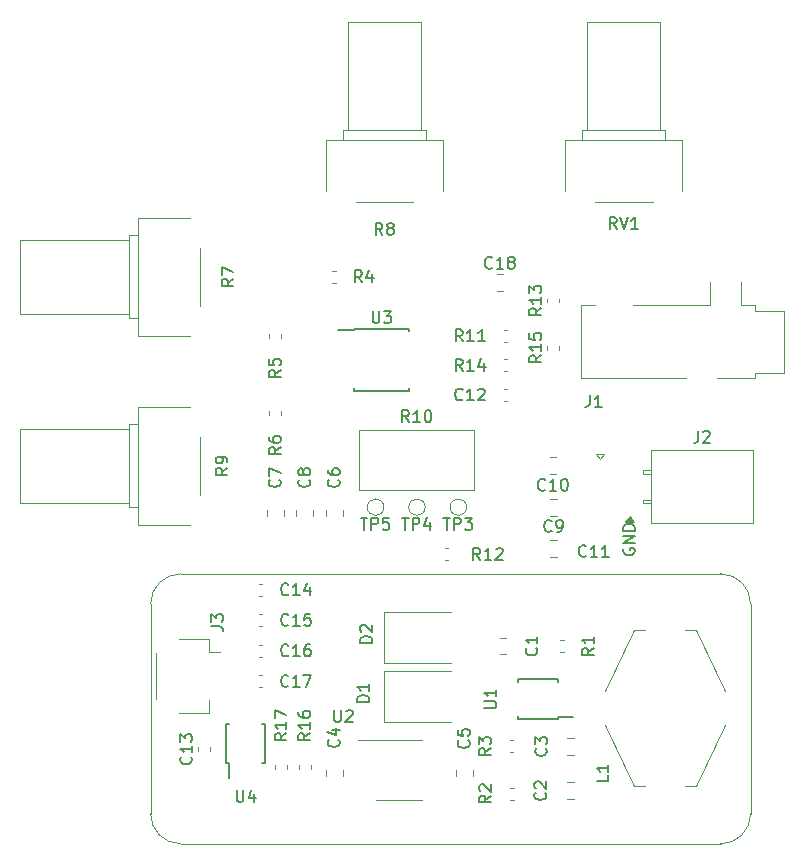
<source format=gto>
G04 #@! TF.GenerationSoftware,KiCad,Pcbnew,(5.99.0-6951-g72beaf1538)*
G04 #@! TF.CreationDate,2020-12-20T08:42:52+11:00*
G04 #@! TF.ProjectId,Tph_Synth_Featherwing,5470685f-5379-46e7-9468-5f4665617468,rev?*
G04 #@! TF.SameCoordinates,Original*
G04 #@! TF.FileFunction,Legend,Top*
G04 #@! TF.FilePolarity,Positive*
%FSLAX46Y46*%
G04 Gerber Fmt 4.6, Leading zero omitted, Abs format (unit mm)*
G04 Created by KiCad (PCBNEW (5.99.0-6951-g72beaf1538)) date 2020-12-20 08:42:52*
%MOMM*%
%LPD*%
G01*
G04 APERTURE LIST*
%ADD10C,0.100000*%
%ADD11C,0.150000*%
%ADD12C,0.120000*%
G04 APERTURE END LIST*
D10*
G36*
X127889000Y-109220000D02*
G01*
X127127000Y-109220000D01*
X127508000Y-108712000D01*
X127889000Y-109220000D01*
G37*
X127889000Y-109220000D02*
X127127000Y-109220000D01*
X127508000Y-108712000D01*
X127889000Y-109220000D01*
D11*
X127008000Y-111505904D02*
X126960380Y-111601142D01*
X126960380Y-111744000D01*
X127008000Y-111886857D01*
X127103238Y-111982095D01*
X127198476Y-112029714D01*
X127388952Y-112077333D01*
X127531809Y-112077333D01*
X127722285Y-112029714D01*
X127817523Y-111982095D01*
X127912761Y-111886857D01*
X127960380Y-111744000D01*
X127960380Y-111648761D01*
X127912761Y-111505904D01*
X127865142Y-111458285D01*
X127531809Y-111458285D01*
X127531809Y-111648761D01*
X127960380Y-111029714D02*
X126960380Y-111029714D01*
X127960380Y-110458285D01*
X126960380Y-110458285D01*
X127960380Y-109982095D02*
X126960380Y-109982095D01*
X126960380Y-109744000D01*
X127008000Y-109601142D01*
X127103238Y-109505904D01*
X127198476Y-109458285D01*
X127388952Y-109410666D01*
X127531809Y-109410666D01*
X127722285Y-109458285D01*
X127817523Y-109505904D01*
X127912761Y-109601142D01*
X127960380Y-109744000D01*
X127960380Y-109982095D01*
X125702380Y-130666666D02*
X125702380Y-131142857D01*
X124702380Y-131142857D01*
X125702380Y-129809523D02*
X125702380Y-130380952D01*
X125702380Y-130095238D02*
X124702380Y-130095238D01*
X124845238Y-130190476D01*
X124940476Y-130285714D01*
X124988095Y-130380952D01*
X115857142Y-87707142D02*
X115809523Y-87754761D01*
X115666666Y-87802380D01*
X115571428Y-87802380D01*
X115428571Y-87754761D01*
X115333333Y-87659523D01*
X115285714Y-87564285D01*
X115238095Y-87373809D01*
X115238095Y-87230952D01*
X115285714Y-87040476D01*
X115333333Y-86945238D01*
X115428571Y-86850000D01*
X115571428Y-86802380D01*
X115666666Y-86802380D01*
X115809523Y-86850000D01*
X115857142Y-86897619D01*
X116809523Y-87802380D02*
X116238095Y-87802380D01*
X116523809Y-87802380D02*
X116523809Y-86802380D01*
X116428571Y-86945238D01*
X116333333Y-87040476D01*
X116238095Y-87088095D01*
X117380952Y-87230952D02*
X117285714Y-87183333D01*
X117238095Y-87135714D01*
X117190476Y-87040476D01*
X117190476Y-86992857D01*
X117238095Y-86897619D01*
X117285714Y-86850000D01*
X117380952Y-86802380D01*
X117571428Y-86802380D01*
X117666666Y-86850000D01*
X117714285Y-86897619D01*
X117761904Y-86992857D01*
X117761904Y-87040476D01*
X117714285Y-87135714D01*
X117666666Y-87183333D01*
X117571428Y-87230952D01*
X117380952Y-87230952D01*
X117285714Y-87278571D01*
X117238095Y-87326190D01*
X117190476Y-87421428D01*
X117190476Y-87611904D01*
X117238095Y-87707142D01*
X117285714Y-87754761D01*
X117380952Y-87802380D01*
X117571428Y-87802380D01*
X117666666Y-87754761D01*
X117714285Y-87707142D01*
X117761904Y-87611904D01*
X117761904Y-87421428D01*
X117714285Y-87326190D01*
X117666666Y-87278571D01*
X117571428Y-87230952D01*
X108238095Y-108900380D02*
X108809523Y-108900380D01*
X108523809Y-109900380D02*
X108523809Y-108900380D01*
X109142857Y-109900380D02*
X109142857Y-108900380D01*
X109523809Y-108900380D01*
X109619047Y-108948000D01*
X109666666Y-108995619D01*
X109714285Y-109090857D01*
X109714285Y-109233714D01*
X109666666Y-109328952D01*
X109619047Y-109376571D01*
X109523809Y-109424190D01*
X109142857Y-109424190D01*
X110571428Y-109233714D02*
X110571428Y-109900380D01*
X110333333Y-108852761D02*
X110095238Y-109567047D01*
X110714285Y-109567047D01*
X104738095Y-108900380D02*
X105309523Y-108900380D01*
X105023809Y-109900380D02*
X105023809Y-108900380D01*
X105642857Y-109900380D02*
X105642857Y-108900380D01*
X106023809Y-108900380D01*
X106119047Y-108948000D01*
X106166666Y-108995619D01*
X106214285Y-109090857D01*
X106214285Y-109233714D01*
X106166666Y-109328952D01*
X106119047Y-109376571D01*
X106023809Y-109424190D01*
X105642857Y-109424190D01*
X107119047Y-108900380D02*
X106642857Y-108900380D01*
X106595238Y-109376571D01*
X106642857Y-109328952D01*
X106738095Y-109281333D01*
X106976190Y-109281333D01*
X107071428Y-109328952D01*
X107119047Y-109376571D01*
X107166666Y-109471809D01*
X107166666Y-109709904D01*
X107119047Y-109805142D01*
X107071428Y-109852761D01*
X106976190Y-109900380D01*
X106738095Y-109900380D01*
X106642857Y-109852761D01*
X106595238Y-109805142D01*
X111738095Y-108900380D02*
X112309523Y-108900380D01*
X112023809Y-109900380D02*
X112023809Y-108900380D01*
X112642857Y-109900380D02*
X112642857Y-108900380D01*
X113023809Y-108900380D01*
X113119047Y-108948000D01*
X113166666Y-108995619D01*
X113214285Y-109090857D01*
X113214285Y-109233714D01*
X113166666Y-109328952D01*
X113119047Y-109376571D01*
X113023809Y-109424190D01*
X112642857Y-109424190D01*
X113547619Y-108900380D02*
X114166666Y-108900380D01*
X113833333Y-109281333D01*
X113976190Y-109281333D01*
X114071428Y-109328952D01*
X114119047Y-109376571D01*
X114166666Y-109471809D01*
X114166666Y-109709904D01*
X114119047Y-109805142D01*
X114071428Y-109852761D01*
X113976190Y-109900380D01*
X113690476Y-109900380D01*
X113595238Y-109852761D01*
X113547619Y-109805142D01*
X115777880Y-132416666D02*
X115301690Y-132750000D01*
X115777880Y-132988095D02*
X114777880Y-132988095D01*
X114777880Y-132607142D01*
X114825500Y-132511904D01*
X114873119Y-132464285D01*
X114968357Y-132416666D01*
X115111214Y-132416666D01*
X115206452Y-132464285D01*
X115254071Y-132511904D01*
X115301690Y-132607142D01*
X115301690Y-132988095D01*
X114873119Y-132035714D02*
X114825500Y-131988095D01*
X114777880Y-131892857D01*
X114777880Y-131654761D01*
X114825500Y-131559523D01*
X114873119Y-131511904D01*
X114968357Y-131464285D01*
X115063595Y-131464285D01*
X115206452Y-131511904D01*
X115777880Y-132083333D01*
X115777880Y-131464285D01*
X114857142Y-112452380D02*
X114523809Y-111976190D01*
X114285714Y-112452380D02*
X114285714Y-111452380D01*
X114666666Y-111452380D01*
X114761904Y-111500000D01*
X114809523Y-111547619D01*
X114857142Y-111642857D01*
X114857142Y-111785714D01*
X114809523Y-111880952D01*
X114761904Y-111928571D01*
X114666666Y-111976190D01*
X114285714Y-111976190D01*
X115809523Y-112452380D02*
X115238095Y-112452380D01*
X115523809Y-112452380D02*
X115523809Y-111452380D01*
X115428571Y-111595238D01*
X115333333Y-111690476D01*
X115238095Y-111738095D01*
X116190476Y-111547619D02*
X116238095Y-111500000D01*
X116333333Y-111452380D01*
X116571428Y-111452380D01*
X116666666Y-111500000D01*
X116714285Y-111547619D01*
X116761904Y-111642857D01*
X116761904Y-111738095D01*
X116714285Y-111880952D01*
X116142857Y-112452380D01*
X116761904Y-112452380D01*
X113357142Y-96452380D02*
X113023809Y-95976190D01*
X112785714Y-96452380D02*
X112785714Y-95452380D01*
X113166666Y-95452380D01*
X113261904Y-95500000D01*
X113309523Y-95547619D01*
X113357142Y-95642857D01*
X113357142Y-95785714D01*
X113309523Y-95880952D01*
X113261904Y-95928571D01*
X113166666Y-95976190D01*
X112785714Y-95976190D01*
X114309523Y-96452380D02*
X113738095Y-96452380D01*
X114023809Y-96452380D02*
X114023809Y-95452380D01*
X113928571Y-95595238D01*
X113833333Y-95690476D01*
X113738095Y-95738095D01*
X115166666Y-95785714D02*
X115166666Y-96452380D01*
X114928571Y-95404761D02*
X114690476Y-96119047D01*
X115309523Y-96119047D01*
X113357142Y-93952380D02*
X113023809Y-93476190D01*
X112785714Y-93952380D02*
X112785714Y-92952380D01*
X113166666Y-92952380D01*
X113261904Y-93000000D01*
X113309523Y-93047619D01*
X113357142Y-93142857D01*
X113357142Y-93285714D01*
X113309523Y-93380952D01*
X113261904Y-93428571D01*
X113166666Y-93476190D01*
X112785714Y-93476190D01*
X114309523Y-93952380D02*
X113738095Y-93952380D01*
X114023809Y-93952380D02*
X114023809Y-92952380D01*
X113928571Y-93095238D01*
X113833333Y-93190476D01*
X113738095Y-93238095D01*
X115261904Y-93952380D02*
X114690476Y-93952380D01*
X114976190Y-93952380D02*
X114976190Y-92952380D01*
X114880952Y-93095238D01*
X114785714Y-93190476D01*
X114690476Y-93238095D01*
X124452380Y-119916666D02*
X123976190Y-120250000D01*
X124452380Y-120488095D02*
X123452380Y-120488095D01*
X123452380Y-120107142D01*
X123500000Y-120011904D01*
X123547619Y-119964285D01*
X123642857Y-119916666D01*
X123785714Y-119916666D01*
X123880952Y-119964285D01*
X123928571Y-120011904D01*
X123976190Y-120107142D01*
X123976190Y-120488095D01*
X124452380Y-118964285D02*
X124452380Y-119535714D01*
X124452380Y-119250000D02*
X123452380Y-119250000D01*
X123595238Y-119345238D01*
X123690476Y-119440476D01*
X123738095Y-119535714D01*
X115739880Y-128416666D02*
X115263690Y-128750000D01*
X115739880Y-128988095D02*
X114739880Y-128988095D01*
X114739880Y-128607142D01*
X114787500Y-128511904D01*
X114835119Y-128464285D01*
X114930357Y-128416666D01*
X115073214Y-128416666D01*
X115168452Y-128464285D01*
X115216071Y-128511904D01*
X115263690Y-128607142D01*
X115263690Y-128988095D01*
X114739880Y-128083333D02*
X114739880Y-127464285D01*
X115120833Y-127797619D01*
X115120833Y-127654761D01*
X115168452Y-127559523D01*
X115216071Y-127511904D01*
X115311309Y-127464285D01*
X115549404Y-127464285D01*
X115644642Y-127511904D01*
X115692261Y-127559523D01*
X115739880Y-127654761D01*
X115739880Y-127940476D01*
X115692261Y-128035714D01*
X115644642Y-128083333D01*
X104833333Y-88952380D02*
X104500000Y-88476190D01*
X104261904Y-88952380D02*
X104261904Y-87952380D01*
X104642857Y-87952380D01*
X104738095Y-88000000D01*
X104785714Y-88047619D01*
X104833333Y-88142857D01*
X104833333Y-88285714D01*
X104785714Y-88380952D01*
X104738095Y-88428571D01*
X104642857Y-88476190D01*
X104261904Y-88476190D01*
X105690476Y-88285714D02*
X105690476Y-88952380D01*
X105452380Y-87904761D02*
X105214285Y-88619047D01*
X105833333Y-88619047D01*
X97952380Y-96379166D02*
X97476190Y-96712500D01*
X97952380Y-96950595D02*
X96952380Y-96950595D01*
X96952380Y-96569642D01*
X97000000Y-96474404D01*
X97047619Y-96426785D01*
X97142857Y-96379166D01*
X97285714Y-96379166D01*
X97380952Y-96426785D01*
X97428571Y-96474404D01*
X97476190Y-96569642D01*
X97476190Y-96950595D01*
X96952380Y-95474404D02*
X96952380Y-95950595D01*
X97428571Y-95998214D01*
X97380952Y-95950595D01*
X97333333Y-95855357D01*
X97333333Y-95617261D01*
X97380952Y-95522023D01*
X97428571Y-95474404D01*
X97523809Y-95426785D01*
X97761904Y-95426785D01*
X97857142Y-95474404D01*
X97904761Y-95522023D01*
X97952380Y-95617261D01*
X97952380Y-95855357D01*
X97904761Y-95950595D01*
X97857142Y-95998214D01*
X120022380Y-91142857D02*
X119546190Y-91476190D01*
X120022380Y-91714285D02*
X119022380Y-91714285D01*
X119022380Y-91333333D01*
X119070000Y-91238095D01*
X119117619Y-91190476D01*
X119212857Y-91142857D01*
X119355714Y-91142857D01*
X119450952Y-91190476D01*
X119498571Y-91238095D01*
X119546190Y-91333333D01*
X119546190Y-91714285D01*
X120022380Y-90190476D02*
X120022380Y-90761904D01*
X120022380Y-90476190D02*
X119022380Y-90476190D01*
X119165238Y-90571428D01*
X119260476Y-90666666D01*
X119308095Y-90761904D01*
X119022380Y-89857142D02*
X119022380Y-89238095D01*
X119403333Y-89571428D01*
X119403333Y-89428571D01*
X119450952Y-89333333D01*
X119498571Y-89285714D01*
X119593809Y-89238095D01*
X119831904Y-89238095D01*
X119927142Y-89285714D01*
X119974761Y-89333333D01*
X120022380Y-89428571D01*
X120022380Y-89714285D01*
X119974761Y-89809523D01*
X119927142Y-89857142D01*
X120022380Y-95142857D02*
X119546190Y-95476190D01*
X120022380Y-95714285D02*
X119022380Y-95714285D01*
X119022380Y-95333333D01*
X119070000Y-95238095D01*
X119117619Y-95190476D01*
X119212857Y-95142857D01*
X119355714Y-95142857D01*
X119450952Y-95190476D01*
X119498571Y-95238095D01*
X119546190Y-95333333D01*
X119546190Y-95714285D01*
X120022380Y-94190476D02*
X120022380Y-94761904D01*
X120022380Y-94476190D02*
X119022380Y-94476190D01*
X119165238Y-94571428D01*
X119260476Y-94666666D01*
X119308095Y-94761904D01*
X119022380Y-93285714D02*
X119022380Y-93761904D01*
X119498571Y-93809523D01*
X119450952Y-93761904D01*
X119403333Y-93666666D01*
X119403333Y-93428571D01*
X119450952Y-93333333D01*
X119498571Y-93285714D01*
X119593809Y-93238095D01*
X119831904Y-93238095D01*
X119927142Y-93285714D01*
X119974761Y-93333333D01*
X120022380Y-93428571D01*
X120022380Y-93666666D01*
X119974761Y-93761904D01*
X119927142Y-93809523D01*
X100452380Y-127142857D02*
X99976190Y-127476190D01*
X100452380Y-127714285D02*
X99452380Y-127714285D01*
X99452380Y-127333333D01*
X99500000Y-127238095D01*
X99547619Y-127190476D01*
X99642857Y-127142857D01*
X99785714Y-127142857D01*
X99880952Y-127190476D01*
X99928571Y-127238095D01*
X99976190Y-127333333D01*
X99976190Y-127714285D01*
X100452380Y-126190476D02*
X100452380Y-126761904D01*
X100452380Y-126476190D02*
X99452380Y-126476190D01*
X99595238Y-126571428D01*
X99690476Y-126666666D01*
X99738095Y-126761904D01*
X99452380Y-125333333D02*
X99452380Y-125523809D01*
X99500000Y-125619047D01*
X99547619Y-125666666D01*
X99690476Y-125761904D01*
X99880952Y-125809523D01*
X100261904Y-125809523D01*
X100357142Y-125761904D01*
X100404761Y-125714285D01*
X100452380Y-125619047D01*
X100452380Y-125428571D01*
X100404761Y-125333333D01*
X100357142Y-125285714D01*
X100261904Y-125238095D01*
X100023809Y-125238095D01*
X99928571Y-125285714D01*
X99880952Y-125333333D01*
X99833333Y-125428571D01*
X99833333Y-125619047D01*
X99880952Y-125714285D01*
X99928571Y-125761904D01*
X100023809Y-125809523D01*
X98452380Y-127142857D02*
X97976190Y-127476190D01*
X98452380Y-127714285D02*
X97452380Y-127714285D01*
X97452380Y-127333333D01*
X97500000Y-127238095D01*
X97547619Y-127190476D01*
X97642857Y-127142857D01*
X97785714Y-127142857D01*
X97880952Y-127190476D01*
X97928571Y-127238095D01*
X97976190Y-127333333D01*
X97976190Y-127714285D01*
X98452380Y-126190476D02*
X98452380Y-126761904D01*
X98452380Y-126476190D02*
X97452380Y-126476190D01*
X97595238Y-126571428D01*
X97690476Y-126666666D01*
X97738095Y-126761904D01*
X97452380Y-125857142D02*
X97452380Y-125190476D01*
X98452380Y-125619047D01*
X97952380Y-102917166D02*
X97476190Y-103250500D01*
X97952380Y-103488595D02*
X96952380Y-103488595D01*
X96952380Y-103107642D01*
X97000000Y-103012404D01*
X97047619Y-102964785D01*
X97142857Y-102917166D01*
X97285714Y-102917166D01*
X97380952Y-102964785D01*
X97428571Y-103012404D01*
X97476190Y-103107642D01*
X97476190Y-103488595D01*
X96952380Y-102060023D02*
X96952380Y-102250500D01*
X97000000Y-102345738D01*
X97047619Y-102393357D01*
X97190476Y-102488595D01*
X97380952Y-102536214D01*
X97761904Y-102536214D01*
X97857142Y-102488595D01*
X97904761Y-102440976D01*
X97952380Y-102345738D01*
X97952380Y-102155261D01*
X97904761Y-102060023D01*
X97857142Y-102012404D01*
X97761904Y-101964785D01*
X97523809Y-101964785D01*
X97428571Y-102012404D01*
X97380952Y-102060023D01*
X97333333Y-102155261D01*
X97333333Y-102345738D01*
X97380952Y-102440976D01*
X97428571Y-102488595D01*
X97523809Y-102536214D01*
X93452380Y-104666666D02*
X92976190Y-105000000D01*
X93452380Y-105238095D02*
X92452380Y-105238095D01*
X92452380Y-104857142D01*
X92500000Y-104761904D01*
X92547619Y-104714285D01*
X92642857Y-104666666D01*
X92785714Y-104666666D01*
X92880952Y-104714285D01*
X92928571Y-104761904D01*
X92976190Y-104857142D01*
X92976190Y-105238095D01*
X93452380Y-104190476D02*
X93452380Y-104000000D01*
X93404761Y-103904761D01*
X93357142Y-103857142D01*
X93214285Y-103761904D01*
X93023809Y-103714285D01*
X92642857Y-103714285D01*
X92547619Y-103761904D01*
X92500000Y-103809523D01*
X92452380Y-103904761D01*
X92452380Y-104095238D01*
X92500000Y-104190476D01*
X92547619Y-104238095D01*
X92642857Y-104285714D01*
X92880952Y-104285714D01*
X92976190Y-104238095D01*
X93023809Y-104190476D01*
X93071428Y-104095238D01*
X93071428Y-103904761D01*
X93023809Y-103809523D01*
X92976190Y-103761904D01*
X92880952Y-103714285D01*
X106583333Y-84952380D02*
X106250000Y-84476190D01*
X106011904Y-84952380D02*
X106011904Y-83952380D01*
X106392857Y-83952380D01*
X106488095Y-84000000D01*
X106535714Y-84047619D01*
X106583333Y-84142857D01*
X106583333Y-84285714D01*
X106535714Y-84380952D01*
X106488095Y-84428571D01*
X106392857Y-84476190D01*
X106011904Y-84476190D01*
X107154761Y-84380952D02*
X107059523Y-84333333D01*
X107011904Y-84285714D01*
X106964285Y-84190476D01*
X106964285Y-84142857D01*
X107011904Y-84047619D01*
X107059523Y-84000000D01*
X107154761Y-83952380D01*
X107345238Y-83952380D01*
X107440476Y-84000000D01*
X107488095Y-84047619D01*
X107535714Y-84142857D01*
X107535714Y-84190476D01*
X107488095Y-84285714D01*
X107440476Y-84333333D01*
X107345238Y-84380952D01*
X107154761Y-84380952D01*
X107059523Y-84428571D01*
X107011904Y-84476190D01*
X106964285Y-84571428D01*
X106964285Y-84761904D01*
X107011904Y-84857142D01*
X107059523Y-84904761D01*
X107154761Y-84952380D01*
X107345238Y-84952380D01*
X107440476Y-84904761D01*
X107488095Y-84857142D01*
X107535714Y-84761904D01*
X107535714Y-84571428D01*
X107488095Y-84476190D01*
X107440476Y-84428571D01*
X107345238Y-84380952D01*
X93952380Y-88666666D02*
X93476190Y-89000000D01*
X93952380Y-89238095D02*
X92952380Y-89238095D01*
X92952380Y-88857142D01*
X93000000Y-88761904D01*
X93047619Y-88714285D01*
X93142857Y-88666666D01*
X93285714Y-88666666D01*
X93380952Y-88714285D01*
X93428571Y-88761904D01*
X93476190Y-88857142D01*
X93476190Y-89238095D01*
X92952380Y-88333333D02*
X92952380Y-87666666D01*
X93952380Y-88095238D01*
X126404761Y-84452380D02*
X126071428Y-83976190D01*
X125833333Y-84452380D02*
X125833333Y-83452380D01*
X126214285Y-83452380D01*
X126309523Y-83500000D01*
X126357142Y-83547619D01*
X126404761Y-83642857D01*
X126404761Y-83785714D01*
X126357142Y-83880952D01*
X126309523Y-83928571D01*
X126214285Y-83976190D01*
X125833333Y-83976190D01*
X126690476Y-83452380D02*
X127023809Y-84452380D01*
X127357142Y-83452380D01*
X128214285Y-84452380D02*
X127642857Y-84452380D01*
X127928571Y-84452380D02*
X127928571Y-83452380D01*
X127833333Y-83595238D01*
X127738095Y-83690476D01*
X127642857Y-83738095D01*
X108817142Y-100792380D02*
X108483809Y-100316190D01*
X108245714Y-100792380D02*
X108245714Y-99792380D01*
X108626666Y-99792380D01*
X108721904Y-99840000D01*
X108769523Y-99887619D01*
X108817142Y-99982857D01*
X108817142Y-100125714D01*
X108769523Y-100220952D01*
X108721904Y-100268571D01*
X108626666Y-100316190D01*
X108245714Y-100316190D01*
X109769523Y-100792380D02*
X109198095Y-100792380D01*
X109483809Y-100792380D02*
X109483809Y-99792380D01*
X109388571Y-99935238D01*
X109293333Y-100030476D01*
X109198095Y-100078095D01*
X110388571Y-99792380D02*
X110483809Y-99792380D01*
X110579047Y-99840000D01*
X110626666Y-99887619D01*
X110674285Y-99982857D01*
X110721904Y-100173333D01*
X110721904Y-100411428D01*
X110674285Y-100601904D01*
X110626666Y-100697142D01*
X110579047Y-100744761D01*
X110483809Y-100792380D01*
X110388571Y-100792380D01*
X110293333Y-100744761D01*
X110245714Y-100697142D01*
X110198095Y-100601904D01*
X110150476Y-100411428D01*
X110150476Y-100173333D01*
X110198095Y-99982857D01*
X110245714Y-99887619D01*
X110293333Y-99840000D01*
X110388571Y-99792380D01*
X105738095Y-91402380D02*
X105738095Y-92211904D01*
X105785714Y-92307142D01*
X105833333Y-92354761D01*
X105928571Y-92402380D01*
X106119047Y-92402380D01*
X106214285Y-92354761D01*
X106261904Y-92307142D01*
X106309523Y-92211904D01*
X106309523Y-91402380D01*
X106690476Y-91402380D02*
X107309523Y-91402380D01*
X106976190Y-91783333D01*
X107119047Y-91783333D01*
X107214285Y-91830952D01*
X107261904Y-91878571D01*
X107309523Y-91973809D01*
X107309523Y-92211904D01*
X107261904Y-92307142D01*
X107214285Y-92354761D01*
X107119047Y-92402380D01*
X106833333Y-92402380D01*
X106738095Y-92354761D01*
X106690476Y-92307142D01*
X102488095Y-125182380D02*
X102488095Y-125991904D01*
X102535714Y-126087142D01*
X102583333Y-126134761D01*
X102678571Y-126182380D01*
X102869047Y-126182380D01*
X102964285Y-126134761D01*
X103011904Y-126087142D01*
X103059523Y-125991904D01*
X103059523Y-125182380D01*
X103488095Y-125277619D02*
X103535714Y-125230000D01*
X103630952Y-125182380D01*
X103869047Y-125182380D01*
X103964285Y-125230000D01*
X104011904Y-125277619D01*
X104059523Y-125372857D01*
X104059523Y-125468095D01*
X104011904Y-125610952D01*
X103440476Y-126182380D01*
X104059523Y-126182380D01*
X115202380Y-125011904D02*
X116011904Y-125011904D01*
X116107142Y-124964285D01*
X116154761Y-124916666D01*
X116202380Y-124821428D01*
X116202380Y-124630952D01*
X116154761Y-124535714D01*
X116107142Y-124488095D01*
X116011904Y-124440476D01*
X115202380Y-124440476D01*
X116202380Y-123440476D02*
X116202380Y-124011904D01*
X116202380Y-123726190D02*
X115202380Y-123726190D01*
X115345238Y-123821428D01*
X115440476Y-123916666D01*
X115488095Y-124011904D01*
X94238095Y-131952380D02*
X94238095Y-132761904D01*
X94285714Y-132857142D01*
X94333333Y-132904761D01*
X94428571Y-132952380D01*
X94619047Y-132952380D01*
X94714285Y-132904761D01*
X94761904Y-132857142D01*
X94809523Y-132761904D01*
X94809523Y-131952380D01*
X95714285Y-132285714D02*
X95714285Y-132952380D01*
X95476190Y-131904761D02*
X95238095Y-132619047D01*
X95857142Y-132619047D01*
X105702380Y-119488095D02*
X104702380Y-119488095D01*
X104702380Y-119250000D01*
X104750000Y-119107142D01*
X104845238Y-119011904D01*
X104940476Y-118964285D01*
X105130952Y-118916666D01*
X105273809Y-118916666D01*
X105464285Y-118964285D01*
X105559523Y-119011904D01*
X105654761Y-119107142D01*
X105702380Y-119250000D01*
X105702380Y-119488095D01*
X104797619Y-118535714D02*
X104750000Y-118488095D01*
X104702380Y-118392857D01*
X104702380Y-118154761D01*
X104750000Y-118059523D01*
X104797619Y-118011904D01*
X104892857Y-117964285D01*
X104988095Y-117964285D01*
X105130952Y-118011904D01*
X105702380Y-118583333D01*
X105702380Y-117964285D01*
X105452380Y-124488095D02*
X104452380Y-124488095D01*
X104452380Y-124250000D01*
X104500000Y-124107142D01*
X104595238Y-124011904D01*
X104690476Y-123964285D01*
X104880952Y-123916666D01*
X105023809Y-123916666D01*
X105214285Y-123964285D01*
X105309523Y-124011904D01*
X105404761Y-124107142D01*
X105452380Y-124250000D01*
X105452380Y-124488095D01*
X105452380Y-122964285D02*
X105452380Y-123535714D01*
X105452380Y-123250000D02*
X104452380Y-123250000D01*
X104595238Y-123345238D01*
X104690476Y-123440476D01*
X104738095Y-123535714D01*
X133316666Y-101532380D02*
X133316666Y-102246666D01*
X133269047Y-102389523D01*
X133173809Y-102484761D01*
X133030952Y-102532380D01*
X132935714Y-102532380D01*
X133745238Y-101627619D02*
X133792857Y-101580000D01*
X133888095Y-101532380D01*
X134126190Y-101532380D01*
X134221428Y-101580000D01*
X134269047Y-101627619D01*
X134316666Y-101722857D01*
X134316666Y-101818095D01*
X134269047Y-101960952D01*
X133697619Y-102532380D01*
X134316666Y-102532380D01*
X124126666Y-98512380D02*
X124126666Y-99226666D01*
X124079047Y-99369523D01*
X123983809Y-99464761D01*
X123840952Y-99512380D01*
X123745714Y-99512380D01*
X125126666Y-99512380D02*
X124555238Y-99512380D01*
X124840952Y-99512380D02*
X124840952Y-98512380D01*
X124745714Y-98655238D01*
X124650476Y-98750476D01*
X124555238Y-98798095D01*
X100357142Y-105666666D02*
X100404761Y-105714285D01*
X100452380Y-105857142D01*
X100452380Y-105952380D01*
X100404761Y-106095238D01*
X100309523Y-106190476D01*
X100214285Y-106238095D01*
X100023809Y-106285714D01*
X99880952Y-106285714D01*
X99690476Y-106238095D01*
X99595238Y-106190476D01*
X99500000Y-106095238D01*
X99452380Y-105952380D01*
X99452380Y-105857142D01*
X99500000Y-105714285D01*
X99547619Y-105666666D01*
X99880952Y-105095238D02*
X99833333Y-105190476D01*
X99785714Y-105238095D01*
X99690476Y-105285714D01*
X99642857Y-105285714D01*
X99547619Y-105238095D01*
X99500000Y-105190476D01*
X99452380Y-105095238D01*
X99452380Y-104904761D01*
X99500000Y-104809523D01*
X99547619Y-104761904D01*
X99642857Y-104714285D01*
X99690476Y-104714285D01*
X99785714Y-104761904D01*
X99833333Y-104809523D01*
X99880952Y-104904761D01*
X99880952Y-105095238D01*
X99928571Y-105190476D01*
X99976190Y-105238095D01*
X100071428Y-105285714D01*
X100261904Y-105285714D01*
X100357142Y-105238095D01*
X100404761Y-105190476D01*
X100452380Y-105095238D01*
X100452380Y-104904761D01*
X100404761Y-104809523D01*
X100357142Y-104761904D01*
X100261904Y-104714285D01*
X100071428Y-104714285D01*
X99976190Y-104761904D01*
X99928571Y-104809523D01*
X99880952Y-104904761D01*
X119607142Y-119916666D02*
X119654761Y-119964285D01*
X119702380Y-120107142D01*
X119702380Y-120202380D01*
X119654761Y-120345238D01*
X119559523Y-120440476D01*
X119464285Y-120488095D01*
X119273809Y-120535714D01*
X119130952Y-120535714D01*
X118940476Y-120488095D01*
X118845238Y-120440476D01*
X118750000Y-120345238D01*
X118702380Y-120202380D01*
X118702380Y-120107142D01*
X118750000Y-119964285D01*
X118797619Y-119916666D01*
X119702380Y-118964285D02*
X119702380Y-119535714D01*
X119702380Y-119250000D02*
X118702380Y-119250000D01*
X118845238Y-119345238D01*
X118940476Y-119440476D01*
X118988095Y-119535714D01*
X120357142Y-132166666D02*
X120404761Y-132214285D01*
X120452380Y-132357142D01*
X120452380Y-132452380D01*
X120404761Y-132595238D01*
X120309523Y-132690476D01*
X120214285Y-132738095D01*
X120023809Y-132785714D01*
X119880952Y-132785714D01*
X119690476Y-132738095D01*
X119595238Y-132690476D01*
X119500000Y-132595238D01*
X119452380Y-132452380D01*
X119452380Y-132357142D01*
X119500000Y-132214285D01*
X119547619Y-132166666D01*
X119547619Y-131785714D02*
X119500000Y-131738095D01*
X119452380Y-131642857D01*
X119452380Y-131404761D01*
X119500000Y-131309523D01*
X119547619Y-131261904D01*
X119642857Y-131214285D01*
X119738095Y-131214285D01*
X119880952Y-131261904D01*
X120452380Y-131833333D01*
X120452380Y-131214285D01*
X120419142Y-128416666D02*
X120466761Y-128464285D01*
X120514380Y-128607142D01*
X120514380Y-128702380D01*
X120466761Y-128845238D01*
X120371523Y-128940476D01*
X120276285Y-128988095D01*
X120085809Y-129035714D01*
X119942952Y-129035714D01*
X119752476Y-128988095D01*
X119657238Y-128940476D01*
X119562000Y-128845238D01*
X119514380Y-128702380D01*
X119514380Y-128607142D01*
X119562000Y-128464285D01*
X119609619Y-128416666D01*
X119514380Y-128083333D02*
X119514380Y-127464285D01*
X119895333Y-127797619D01*
X119895333Y-127654761D01*
X119942952Y-127559523D01*
X119990571Y-127511904D01*
X120085809Y-127464285D01*
X120323904Y-127464285D01*
X120419142Y-127511904D01*
X120466761Y-127559523D01*
X120514380Y-127654761D01*
X120514380Y-127940476D01*
X120466761Y-128035714D01*
X120419142Y-128083333D01*
X102857142Y-127686666D02*
X102904761Y-127734285D01*
X102952380Y-127877142D01*
X102952380Y-127972380D01*
X102904761Y-128115238D01*
X102809523Y-128210476D01*
X102714285Y-128258095D01*
X102523809Y-128305714D01*
X102380952Y-128305714D01*
X102190476Y-128258095D01*
X102095238Y-128210476D01*
X102000000Y-128115238D01*
X101952380Y-127972380D01*
X101952380Y-127877142D01*
X102000000Y-127734285D01*
X102047619Y-127686666D01*
X102285714Y-126829523D02*
X102952380Y-126829523D01*
X101904761Y-127067619D02*
X102619047Y-127305714D01*
X102619047Y-126686666D01*
X102857142Y-105666666D02*
X102904761Y-105714285D01*
X102952380Y-105857142D01*
X102952380Y-105952380D01*
X102904761Y-106095238D01*
X102809523Y-106190476D01*
X102714285Y-106238095D01*
X102523809Y-106285714D01*
X102380952Y-106285714D01*
X102190476Y-106238095D01*
X102095238Y-106190476D01*
X102000000Y-106095238D01*
X101952380Y-105952380D01*
X101952380Y-105857142D01*
X102000000Y-105714285D01*
X102047619Y-105666666D01*
X101952380Y-104809523D02*
X101952380Y-105000000D01*
X102000000Y-105095238D01*
X102047619Y-105142857D01*
X102190476Y-105238095D01*
X102380952Y-105285714D01*
X102761904Y-105285714D01*
X102857142Y-105238095D01*
X102904761Y-105190476D01*
X102952380Y-105095238D01*
X102952380Y-104904761D01*
X102904761Y-104809523D01*
X102857142Y-104761904D01*
X102761904Y-104714285D01*
X102523809Y-104714285D01*
X102428571Y-104761904D01*
X102380952Y-104809523D01*
X102333333Y-104904761D01*
X102333333Y-105095238D01*
X102380952Y-105190476D01*
X102428571Y-105238095D01*
X102523809Y-105285714D01*
X97857142Y-105666666D02*
X97904761Y-105714285D01*
X97952380Y-105857142D01*
X97952380Y-105952380D01*
X97904761Y-106095238D01*
X97809523Y-106190476D01*
X97714285Y-106238095D01*
X97523809Y-106285714D01*
X97380952Y-106285714D01*
X97190476Y-106238095D01*
X97095238Y-106190476D01*
X97000000Y-106095238D01*
X96952380Y-105952380D01*
X96952380Y-105857142D01*
X97000000Y-105714285D01*
X97047619Y-105666666D01*
X96952380Y-105333333D02*
X96952380Y-104666666D01*
X97952380Y-105095238D01*
X120895333Y-110007142D02*
X120847714Y-110054761D01*
X120704857Y-110102380D01*
X120609619Y-110102380D01*
X120466761Y-110054761D01*
X120371523Y-109959523D01*
X120323904Y-109864285D01*
X120276285Y-109673809D01*
X120276285Y-109530952D01*
X120323904Y-109340476D01*
X120371523Y-109245238D01*
X120466761Y-109150000D01*
X120609619Y-109102380D01*
X120704857Y-109102380D01*
X120847714Y-109150000D01*
X120895333Y-109197619D01*
X121371523Y-110102380D02*
X121562000Y-110102380D01*
X121657238Y-110054761D01*
X121704857Y-110007142D01*
X121800095Y-109864285D01*
X121847714Y-109673809D01*
X121847714Y-109292857D01*
X121800095Y-109197619D01*
X121752476Y-109150000D01*
X121657238Y-109102380D01*
X121466761Y-109102380D01*
X121371523Y-109150000D01*
X121323904Y-109197619D01*
X121276285Y-109292857D01*
X121276285Y-109530952D01*
X121323904Y-109626190D01*
X121371523Y-109673809D01*
X121466761Y-109721428D01*
X121657238Y-109721428D01*
X121752476Y-109673809D01*
X121800095Y-109626190D01*
X121847714Y-109530952D01*
X120357142Y-106507142D02*
X120309523Y-106554761D01*
X120166666Y-106602380D01*
X120071428Y-106602380D01*
X119928571Y-106554761D01*
X119833333Y-106459523D01*
X119785714Y-106364285D01*
X119738095Y-106173809D01*
X119738095Y-106030952D01*
X119785714Y-105840476D01*
X119833333Y-105745238D01*
X119928571Y-105650000D01*
X120071428Y-105602380D01*
X120166666Y-105602380D01*
X120309523Y-105650000D01*
X120357142Y-105697619D01*
X121309523Y-106602380D02*
X120738095Y-106602380D01*
X121023809Y-106602380D02*
X121023809Y-105602380D01*
X120928571Y-105745238D01*
X120833333Y-105840476D01*
X120738095Y-105888095D01*
X121928571Y-105602380D02*
X122023809Y-105602380D01*
X122119047Y-105650000D01*
X122166666Y-105697619D01*
X122214285Y-105792857D01*
X122261904Y-105983333D01*
X122261904Y-106221428D01*
X122214285Y-106411904D01*
X122166666Y-106507142D01*
X122119047Y-106554761D01*
X122023809Y-106602380D01*
X121928571Y-106602380D01*
X121833333Y-106554761D01*
X121785714Y-106507142D01*
X121738095Y-106411904D01*
X121690476Y-106221428D01*
X121690476Y-105983333D01*
X121738095Y-105792857D01*
X121785714Y-105697619D01*
X121833333Y-105650000D01*
X121928571Y-105602380D01*
X123817142Y-112117142D02*
X123769523Y-112164761D01*
X123626666Y-112212380D01*
X123531428Y-112212380D01*
X123388571Y-112164761D01*
X123293333Y-112069523D01*
X123245714Y-111974285D01*
X123198095Y-111783809D01*
X123198095Y-111640952D01*
X123245714Y-111450476D01*
X123293333Y-111355238D01*
X123388571Y-111260000D01*
X123531428Y-111212380D01*
X123626666Y-111212380D01*
X123769523Y-111260000D01*
X123817142Y-111307619D01*
X124769523Y-112212380D02*
X124198095Y-112212380D01*
X124483809Y-112212380D02*
X124483809Y-111212380D01*
X124388571Y-111355238D01*
X124293333Y-111450476D01*
X124198095Y-111498095D01*
X125721904Y-112212380D02*
X125150476Y-112212380D01*
X125436190Y-112212380D02*
X125436190Y-111212380D01*
X125340952Y-111355238D01*
X125245714Y-111450476D01*
X125150476Y-111498095D01*
X113857142Y-127749166D02*
X113904761Y-127796785D01*
X113952380Y-127939642D01*
X113952380Y-128034880D01*
X113904761Y-128177738D01*
X113809523Y-128272976D01*
X113714285Y-128320595D01*
X113523809Y-128368214D01*
X113380952Y-128368214D01*
X113190476Y-128320595D01*
X113095238Y-128272976D01*
X113000000Y-128177738D01*
X112952380Y-128034880D01*
X112952380Y-127939642D01*
X113000000Y-127796785D01*
X113047619Y-127749166D01*
X112952380Y-126844404D02*
X112952380Y-127320595D01*
X113428571Y-127368214D01*
X113380952Y-127320595D01*
X113333333Y-127225357D01*
X113333333Y-126987261D01*
X113380952Y-126892023D01*
X113428571Y-126844404D01*
X113523809Y-126796785D01*
X113761904Y-126796785D01*
X113857142Y-126844404D01*
X113904761Y-126892023D01*
X113952380Y-126987261D01*
X113952380Y-127225357D01*
X113904761Y-127320595D01*
X113857142Y-127368214D01*
X113357142Y-98857142D02*
X113309523Y-98904761D01*
X113166666Y-98952380D01*
X113071428Y-98952380D01*
X112928571Y-98904761D01*
X112833333Y-98809523D01*
X112785714Y-98714285D01*
X112738095Y-98523809D01*
X112738095Y-98380952D01*
X112785714Y-98190476D01*
X112833333Y-98095238D01*
X112928571Y-98000000D01*
X113071428Y-97952380D01*
X113166666Y-97952380D01*
X113309523Y-98000000D01*
X113357142Y-98047619D01*
X114309523Y-98952380D02*
X113738095Y-98952380D01*
X114023809Y-98952380D02*
X114023809Y-97952380D01*
X113928571Y-98095238D01*
X113833333Y-98190476D01*
X113738095Y-98238095D01*
X114690476Y-98047619D02*
X114738095Y-98000000D01*
X114833333Y-97952380D01*
X115071428Y-97952380D01*
X115166666Y-98000000D01*
X115214285Y-98047619D01*
X115261904Y-98142857D01*
X115261904Y-98238095D01*
X115214285Y-98380952D01*
X114642857Y-98952380D01*
X115261904Y-98952380D01*
X90357142Y-129142857D02*
X90404761Y-129190476D01*
X90452380Y-129333333D01*
X90452380Y-129428571D01*
X90404761Y-129571428D01*
X90309523Y-129666666D01*
X90214285Y-129714285D01*
X90023809Y-129761904D01*
X89880952Y-129761904D01*
X89690476Y-129714285D01*
X89595238Y-129666666D01*
X89500000Y-129571428D01*
X89452380Y-129428571D01*
X89452380Y-129333333D01*
X89500000Y-129190476D01*
X89547619Y-129142857D01*
X90452380Y-128190476D02*
X90452380Y-128761904D01*
X90452380Y-128476190D02*
X89452380Y-128476190D01*
X89595238Y-128571428D01*
X89690476Y-128666666D01*
X89738095Y-128761904D01*
X89452380Y-127857142D02*
X89452380Y-127238095D01*
X89833333Y-127571428D01*
X89833333Y-127428571D01*
X89880952Y-127333333D01*
X89928571Y-127285714D01*
X90023809Y-127238095D01*
X90261904Y-127238095D01*
X90357142Y-127285714D01*
X90404761Y-127333333D01*
X90452380Y-127428571D01*
X90452380Y-127714285D01*
X90404761Y-127809523D01*
X90357142Y-127857142D01*
X98607142Y-115357142D02*
X98559523Y-115404761D01*
X98416666Y-115452380D01*
X98321428Y-115452380D01*
X98178571Y-115404761D01*
X98083333Y-115309523D01*
X98035714Y-115214285D01*
X97988095Y-115023809D01*
X97988095Y-114880952D01*
X98035714Y-114690476D01*
X98083333Y-114595238D01*
X98178571Y-114500000D01*
X98321428Y-114452380D01*
X98416666Y-114452380D01*
X98559523Y-114500000D01*
X98607142Y-114547619D01*
X99559523Y-115452380D02*
X98988095Y-115452380D01*
X99273809Y-115452380D02*
X99273809Y-114452380D01*
X99178571Y-114595238D01*
X99083333Y-114690476D01*
X98988095Y-114738095D01*
X100416666Y-114785714D02*
X100416666Y-115452380D01*
X100178571Y-114404761D02*
X99940476Y-115119047D01*
X100559523Y-115119047D01*
X98607142Y-117940142D02*
X98559523Y-117987761D01*
X98416666Y-118035380D01*
X98321428Y-118035380D01*
X98178571Y-117987761D01*
X98083333Y-117892523D01*
X98035714Y-117797285D01*
X97988095Y-117606809D01*
X97988095Y-117463952D01*
X98035714Y-117273476D01*
X98083333Y-117178238D01*
X98178571Y-117083000D01*
X98321428Y-117035380D01*
X98416666Y-117035380D01*
X98559523Y-117083000D01*
X98607142Y-117130619D01*
X99559523Y-118035380D02*
X98988095Y-118035380D01*
X99273809Y-118035380D02*
X99273809Y-117035380D01*
X99178571Y-117178238D01*
X99083333Y-117273476D01*
X98988095Y-117321095D01*
X100464285Y-117035380D02*
X99988095Y-117035380D01*
X99940476Y-117511571D01*
X99988095Y-117463952D01*
X100083333Y-117416333D01*
X100321428Y-117416333D01*
X100416666Y-117463952D01*
X100464285Y-117511571D01*
X100511904Y-117606809D01*
X100511904Y-117844904D01*
X100464285Y-117940142D01*
X100416666Y-117987761D01*
X100321428Y-118035380D01*
X100083333Y-118035380D01*
X99988095Y-117987761D01*
X99940476Y-117940142D01*
X98607142Y-120524142D02*
X98559523Y-120571761D01*
X98416666Y-120619380D01*
X98321428Y-120619380D01*
X98178571Y-120571761D01*
X98083333Y-120476523D01*
X98035714Y-120381285D01*
X97988095Y-120190809D01*
X97988095Y-120047952D01*
X98035714Y-119857476D01*
X98083333Y-119762238D01*
X98178571Y-119667000D01*
X98321428Y-119619380D01*
X98416666Y-119619380D01*
X98559523Y-119667000D01*
X98607142Y-119714619D01*
X99559523Y-120619380D02*
X98988095Y-120619380D01*
X99273809Y-120619380D02*
X99273809Y-119619380D01*
X99178571Y-119762238D01*
X99083333Y-119857476D01*
X98988095Y-119905095D01*
X100416666Y-119619380D02*
X100226190Y-119619380D01*
X100130952Y-119667000D01*
X100083333Y-119714619D01*
X99988095Y-119857476D01*
X99940476Y-120047952D01*
X99940476Y-120428904D01*
X99988095Y-120524142D01*
X100035714Y-120571761D01*
X100130952Y-120619380D01*
X100321428Y-120619380D01*
X100416666Y-120571761D01*
X100464285Y-120524142D01*
X100511904Y-120428904D01*
X100511904Y-120190809D01*
X100464285Y-120095571D01*
X100416666Y-120047952D01*
X100321428Y-120000333D01*
X100130952Y-120000333D01*
X100035714Y-120047952D01*
X99988095Y-120095571D01*
X99940476Y-120190809D01*
X98607142Y-123107142D02*
X98559523Y-123154761D01*
X98416666Y-123202380D01*
X98321428Y-123202380D01*
X98178571Y-123154761D01*
X98083333Y-123059523D01*
X98035714Y-122964285D01*
X97988095Y-122773809D01*
X97988095Y-122630952D01*
X98035714Y-122440476D01*
X98083333Y-122345238D01*
X98178571Y-122250000D01*
X98321428Y-122202380D01*
X98416666Y-122202380D01*
X98559523Y-122250000D01*
X98607142Y-122297619D01*
X99559523Y-123202380D02*
X98988095Y-123202380D01*
X99273809Y-123202380D02*
X99273809Y-122202380D01*
X99178571Y-122345238D01*
X99083333Y-122440476D01*
X98988095Y-122488095D01*
X99892857Y-122202380D02*
X100559523Y-122202380D01*
X100130952Y-123202380D01*
X92067380Y-118062333D02*
X92781666Y-118062333D01*
X92924523Y-118109952D01*
X93019761Y-118205190D01*
X93067380Y-118348047D01*
X93067380Y-118443285D01*
X92067380Y-117681380D02*
X92067380Y-117062333D01*
X92448333Y-117395666D01*
X92448333Y-117252809D01*
X92495952Y-117157571D01*
X92543571Y-117109952D01*
X92638809Y-117062333D01*
X92876904Y-117062333D01*
X92972142Y-117109952D01*
X93019761Y-117157571D01*
X93067380Y-117252809D01*
X93067380Y-117538523D01*
X93019761Y-117633761D01*
X92972142Y-117681380D01*
D12*
X127850000Y-118400000D02*
X128800000Y-118400000D01*
X133150000Y-118400000D02*
X132200000Y-118400000D01*
X127850000Y-131600000D02*
X125400000Y-126400000D01*
X127850000Y-131600000D02*
X128800000Y-131600000D01*
X133150000Y-118400000D02*
X135600000Y-123600000D01*
X133150000Y-131600000D02*
X135600000Y-126400000D01*
X133150000Y-131600000D02*
X132200000Y-131600000D01*
X127850000Y-118400000D02*
X125400000Y-123600000D01*
X116241422Y-88290000D02*
X116758578Y-88290000D01*
X116241422Y-89710000D02*
X116758578Y-89710000D01*
D10*
X89490000Y-136500000D02*
X135210000Y-136500000D01*
X135210000Y-113640000D02*
X89490000Y-113640000D01*
X86950000Y-116180000D02*
X86950000Y-133960000D01*
X137750000Y-133960000D02*
X137750000Y-116180000D01*
X137750000Y-116180000D02*
G75*
G03*
X135210000Y-113640000I-2540000J0D01*
G01*
X89490000Y-113640000D02*
G75*
G03*
X86950000Y-116180000I0J-2540000D01*
G01*
X135210000Y-136500000D02*
G75*
G03*
X137750000Y-133960000I0J2540000D01*
G01*
X86950000Y-133960000D02*
G75*
G03*
X89490000Y-136500000I2540000J0D01*
G01*
D12*
X110200000Y-108000000D02*
G75*
G03*
X110200000Y-108000000I-700000J0D01*
G01*
X106700000Y-108000000D02*
G75*
G03*
X106700000Y-108000000I-700000J0D01*
G01*
X113700000Y-108000000D02*
G75*
G03*
X113700000Y-108000000I-700000J0D01*
G01*
X117375221Y-131740000D02*
X117700779Y-131740000D01*
X117375221Y-132760000D02*
X117700779Y-132760000D01*
X111837221Y-112510000D02*
X112162779Y-112510000D01*
X111837221Y-111490000D02*
X112162779Y-111490000D01*
X116837221Y-95490000D02*
X117162779Y-95490000D01*
X116837221Y-96510000D02*
X117162779Y-96510000D01*
X117162779Y-94010000D02*
X116837221Y-94010000D01*
X117162779Y-92990000D02*
X116837221Y-92990000D01*
X121587221Y-119240000D02*
X121912779Y-119240000D01*
X121587221Y-120260000D02*
X121912779Y-120260000D01*
X117662779Y-128760000D02*
X117337221Y-128760000D01*
X117662779Y-127740000D02*
X117337221Y-127740000D01*
X102662779Y-87990000D02*
X102337221Y-87990000D01*
X102662779Y-89010000D02*
X102337221Y-89010000D01*
X96990000Y-93337221D02*
X96990000Y-93662779D01*
X98010000Y-93337221D02*
X98010000Y-93662779D01*
X120490000Y-90662779D02*
X120490000Y-90337221D01*
X121510000Y-90662779D02*
X121510000Y-90337221D01*
X120490000Y-94662779D02*
X120490000Y-94337221D01*
X121510000Y-94662779D02*
X121510000Y-94337221D01*
X100510000Y-130162779D02*
X100510000Y-129837221D01*
X99490000Y-130162779D02*
X99490000Y-129837221D01*
X97490000Y-130162779D02*
X97490000Y-129837221D01*
X98510000Y-130162779D02*
X98510000Y-129837221D01*
X96990000Y-99875221D02*
X96990000Y-100200779D01*
X98010000Y-99875221D02*
X98010000Y-100200779D01*
X90245000Y-99530000D02*
X85880000Y-99530000D01*
X85080000Y-101380000D02*
X75880000Y-101380000D01*
X85880000Y-100980000D02*
X85080000Y-100980000D01*
X85080000Y-107620000D02*
X85080000Y-101380000D01*
X85880000Y-109470000D02*
X85880000Y-99530000D01*
X75880000Y-107620000D02*
X75880000Y-101380000D01*
X90245000Y-109470000D02*
X85880000Y-109470000D01*
X85080000Y-107620000D02*
X75880000Y-107620000D01*
X91120000Y-106944000D02*
X91120000Y-102055000D01*
X85880000Y-108020000D02*
X85880000Y-100980000D01*
X85880000Y-108020000D02*
X85080000Y-108020000D01*
X85080000Y-108020000D02*
X85080000Y-100980000D01*
X111720000Y-81245000D02*
X111720000Y-76880000D01*
X110270000Y-76880000D02*
X110270000Y-76080000D01*
X103630000Y-66880000D02*
X109870000Y-66880000D01*
X103230000Y-76080000D02*
X110270000Y-76080000D01*
X103230000Y-76880000D02*
X103230000Y-76080000D01*
X103630000Y-76080000D02*
X109870000Y-76080000D01*
X103630000Y-76080000D02*
X103630000Y-66880000D01*
X104306000Y-82120000D02*
X109195000Y-82120000D01*
X109870000Y-76080000D02*
X109870000Y-66880000D01*
X103230000Y-76880000D02*
X110270000Y-76880000D01*
X101780000Y-81245000D02*
X101780000Y-76880000D01*
X101780000Y-76880000D02*
X111720000Y-76880000D01*
X90245000Y-83530000D02*
X85880000Y-83530000D01*
X85080000Y-85380000D02*
X75880000Y-85380000D01*
X85880000Y-84980000D02*
X85080000Y-84980000D01*
X85080000Y-91620000D02*
X75880000Y-91620000D01*
X85080000Y-92020000D02*
X85080000Y-84980000D01*
X85880000Y-92020000D02*
X85080000Y-92020000D01*
X85080000Y-91620000D02*
X85080000Y-85380000D01*
X75880000Y-91620000D02*
X75880000Y-85380000D01*
X85880000Y-92020000D02*
X85880000Y-84980000D01*
X90245000Y-93470000D02*
X85880000Y-93470000D01*
X85880000Y-93470000D02*
X85880000Y-83530000D01*
X91120000Y-90944000D02*
X91120000Y-86055000D01*
X130120000Y-76080000D02*
X130120000Y-66880000D01*
X131970000Y-81245000D02*
X131970000Y-76880000D01*
X123880000Y-76080000D02*
X130120000Y-76080000D01*
X123880000Y-76080000D02*
X123880000Y-66880000D01*
X123480000Y-76080000D02*
X130520000Y-76080000D01*
X123480000Y-76880000D02*
X130520000Y-76880000D01*
X124556000Y-82120000D02*
X129445000Y-82120000D01*
X122030000Y-76880000D02*
X131970000Y-76880000D01*
X123880000Y-66880000D02*
X130120000Y-66880000D01*
X122030000Y-81245000D02*
X122030000Y-76880000D01*
X130520000Y-76880000D02*
X130520000Y-76080000D01*
X123480000Y-76880000D02*
X123480000Y-76080000D01*
X104575000Y-106540000D02*
X114345000Y-106540000D01*
X104575000Y-101470000D02*
X114345000Y-101470000D01*
X104575000Y-101470000D02*
X104575000Y-106540000D01*
X114345000Y-101470000D02*
X114345000Y-106540000D01*
D11*
X108825000Y-98125000D02*
X108825000Y-97900000D01*
X104175000Y-92875000D02*
X104175000Y-93000000D01*
X104175000Y-92875000D02*
X108825000Y-92875000D01*
X108825000Y-92875000D02*
X108825000Y-93100000D01*
X104175000Y-93000000D02*
X102825000Y-93000000D01*
X104175000Y-98125000D02*
X104175000Y-97900000D01*
X104175000Y-98125000D02*
X108825000Y-98125000D01*
D12*
X108000000Y-127690000D02*
X109950000Y-127690000D01*
X108000000Y-127690000D02*
X104550000Y-127690000D01*
X108000000Y-132810000D02*
X106050000Y-132810000D01*
X108000000Y-132810000D02*
X109950000Y-132810000D01*
D11*
X118075000Y-125925000D02*
X118075000Y-125675000D01*
X121425000Y-125925000D02*
X118075000Y-125925000D01*
X121425000Y-122575000D02*
X118075000Y-122575000D01*
X121425000Y-122575000D02*
X121425000Y-122825000D01*
X118075000Y-122575000D02*
X118075000Y-122825000D01*
X121425000Y-125750000D02*
X122675000Y-125750000D01*
X121425000Y-125925000D02*
X121425000Y-125750000D01*
X93325000Y-126325000D02*
X93625000Y-126325000D01*
X93325000Y-129675000D02*
X93550000Y-129675000D01*
X96675000Y-126325000D02*
X96375000Y-126325000D01*
X96675000Y-129675000D02*
X96375000Y-129675000D01*
X93325000Y-129675000D02*
X93325000Y-126325000D01*
X93550000Y-129675000D02*
X93550000Y-130900000D01*
X96675000Y-129675000D02*
X96675000Y-126325000D01*
D12*
X106700000Y-121150000D02*
X112400000Y-121150000D01*
X106700000Y-116850000D02*
X112400000Y-116850000D01*
X106700000Y-116850000D02*
X106700000Y-121150000D01*
X106700000Y-121850000D02*
X106700000Y-126150000D01*
X106700000Y-121850000D02*
X112400000Y-121850000D01*
X106700000Y-126150000D02*
X112400000Y-126150000D01*
X125300000Y-103465736D02*
X124700000Y-103465736D01*
X137990000Y-103170000D02*
X129310000Y-103170000D01*
X129310000Y-109330000D02*
X137990000Y-109330000D01*
X128610000Y-105150000D02*
X129310000Y-105150000D01*
X128610000Y-107650000D02*
X129310000Y-107650000D01*
X125000000Y-103890000D02*
X125300000Y-103465736D01*
X129310000Y-103170000D02*
X129310000Y-109330000D01*
X137990000Y-109330000D02*
X137990000Y-103170000D01*
X128610000Y-107350000D02*
X128610000Y-107650000D01*
X129310000Y-104850000D02*
X128610000Y-104850000D01*
X129310000Y-105150000D02*
X129310000Y-104850000D01*
X129310000Y-107350000D02*
X128610000Y-107350000D01*
X129310000Y-107650000D02*
X129310000Y-107350000D01*
X128610000Y-104850000D02*
X128610000Y-105150000D01*
X124700000Y-103465736D02*
X125000000Y-103890000D01*
X138100000Y-97100000D02*
X134900000Y-97100000D01*
X123400000Y-97100000D02*
X123400000Y-90900000D01*
X123400000Y-90900000D02*
X124600000Y-90900000D01*
X127800000Y-90900000D02*
X134300000Y-90900000D01*
X138100000Y-96600000D02*
X138100000Y-97100000D01*
X132300000Y-97100000D02*
X123400000Y-97100000D01*
X134300000Y-90900000D02*
X134300000Y-88900000D01*
X136900000Y-90900000D02*
X138100000Y-90900000D01*
X136900000Y-90900000D02*
X136900000Y-88900000D01*
X138100000Y-91400000D02*
X140600000Y-91400000D01*
X140600000Y-96600000D02*
X138100000Y-96600000D01*
X140600000Y-91400000D02*
X140600000Y-96600000D01*
X138100000Y-90900000D02*
X138100000Y-91400000D01*
X100710000Y-108241422D02*
X100710000Y-108758578D01*
X99290000Y-108241422D02*
X99290000Y-108758578D01*
X117008578Y-119040000D02*
X116491422Y-119040000D01*
X117008578Y-120460000D02*
X116491422Y-120460000D01*
X122241422Y-131290000D02*
X122758578Y-131290000D01*
X122241422Y-132710000D02*
X122758578Y-132710000D01*
X122241422Y-128960000D02*
X122758578Y-128960000D01*
X122241422Y-127540000D02*
X122758578Y-127540000D01*
X103210000Y-130261422D02*
X103210000Y-130778578D01*
X101790000Y-130261422D02*
X101790000Y-130778578D01*
X101790000Y-108241422D02*
X101790000Y-108758578D01*
X103210000Y-108241422D02*
X103210000Y-108758578D01*
X96790000Y-108241422D02*
X96790000Y-108758578D01*
X98210000Y-108241422D02*
X98210000Y-108758578D01*
X121320578Y-107290000D02*
X120803422Y-107290000D01*
X121320578Y-108710000D02*
X120803422Y-108710000D01*
X121258578Y-105210000D02*
X120741422Y-105210000D01*
X121258578Y-103790000D02*
X120741422Y-103790000D01*
X121320578Y-110790000D02*
X120803422Y-110790000D01*
X121320578Y-112210000D02*
X120803422Y-112210000D01*
X114210000Y-130261422D02*
X114210000Y-130778578D01*
X112790000Y-130261422D02*
X112790000Y-130778578D01*
X117162779Y-97990000D02*
X116837221Y-97990000D01*
X117162779Y-99010000D02*
X116837221Y-99010000D01*
X92010000Y-128337221D02*
X92010000Y-128662779D01*
X90990000Y-128337221D02*
X90990000Y-128662779D01*
X96087221Y-114490000D02*
X96412779Y-114490000D01*
X96087221Y-115510000D02*
X96412779Y-115510000D01*
X96087221Y-117073000D02*
X96412779Y-117073000D01*
X96087221Y-118093000D02*
X96412779Y-118093000D01*
X96087221Y-120677000D02*
X96412779Y-120677000D01*
X96087221Y-119657000D02*
X96412779Y-119657000D01*
X96087221Y-123260000D02*
X96412779Y-123260000D01*
X96087221Y-122240000D02*
X96412779Y-122240000D01*
X89360000Y-119191000D02*
X91860000Y-119191000D01*
X91860000Y-125411000D02*
X91860000Y-124361000D01*
X87390000Y-120361000D02*
X87390000Y-124241000D01*
X91860000Y-120241000D02*
X92850000Y-120241000D01*
X91860000Y-119191000D02*
X91860000Y-120241000D01*
X89360000Y-125411000D02*
X91860000Y-125411000D01*
M02*

</source>
